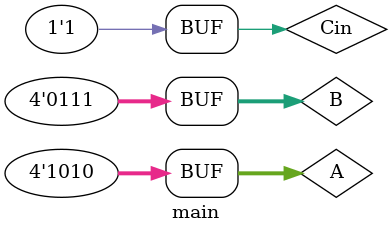
<source format=v>
module sumator(nr1,nr2,cin,suma,cout);
input [3:0]nr1,nr2;
input cin;
output [3:0]suma;
output cout;
assign {cout,suma}=nr1+nr2+cin;
endmodule

module main();
reg [3:0]A,B;
reg Cin;
wire [3:0]C;
wire Cout;
sumator s(A,B,Cin,C,Cout);
initial
begin
	$monitor("%d %d %d %d %d",A,B,Cin,C,Cout);
	Cin=1;
	A=10;
	B=7;
end
endmodule


</source>
